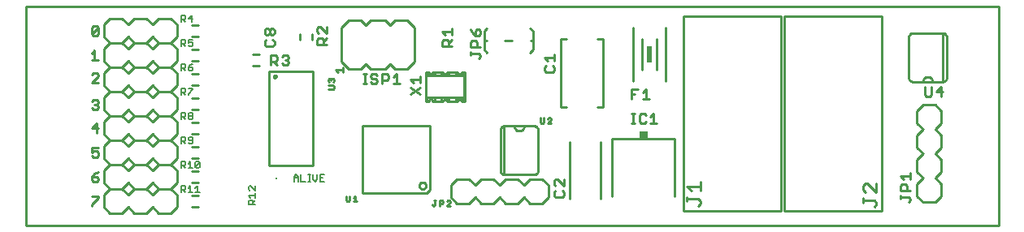
<source format=gto>
G75*
G70*
%OFA0B0*%
%FSLAX24Y24*%
%IPPOS*%
%LPD*%
%AMOC8*
5,1,8,0,0,1.08239X$1,22.5*
%
%ADD10C,0.0100*%
%ADD11R,0.0236X0.0709*%
%ADD12R,0.0236X0.0433*%
%ADD13R,0.0340X0.0300*%
%ADD14C,0.0110*%
%ADD15R,0.0079X0.0079*%
%ADD16C,0.0050*%
D10*
X000180Y000230D02*
X000180Y009230D01*
X040080Y009230D01*
X040080Y000230D01*
X000180Y000230D01*
X002880Y001030D02*
X002880Y001097D01*
X003147Y001364D01*
X003147Y001430D01*
X002880Y001430D01*
X003380Y001480D02*
X003630Y001730D01*
X004130Y001730D01*
X004380Y001480D01*
X004630Y001730D01*
X005130Y001730D01*
X005380Y001480D01*
X005630Y001730D01*
X006130Y001730D01*
X006380Y001480D01*
X006380Y000980D01*
X006130Y000730D01*
X005630Y000730D01*
X005380Y000980D01*
X005130Y000730D01*
X004630Y000730D01*
X004380Y000980D01*
X004130Y000730D01*
X003630Y000730D01*
X003380Y000980D01*
X003380Y001480D01*
X003630Y001730D02*
X003380Y001980D01*
X003380Y002480D01*
X003630Y002730D01*
X004130Y002730D01*
X004380Y002480D01*
X004630Y002730D01*
X005130Y002730D01*
X005380Y002480D01*
X005630Y002730D01*
X006130Y002730D01*
X006380Y002480D01*
X006380Y001980D01*
X006130Y001730D01*
X005630Y001730D02*
X005380Y001980D01*
X005130Y001730D01*
X004630Y001730D02*
X004380Y001980D01*
X004130Y001730D01*
X003147Y002097D02*
X003080Y002030D01*
X002947Y002030D01*
X002880Y002097D01*
X002880Y002230D01*
X003080Y002230D01*
X003147Y002163D01*
X003147Y002097D01*
X003013Y002364D02*
X002880Y002230D01*
X003013Y002364D02*
X003147Y002430D01*
X003630Y002730D02*
X003380Y002980D01*
X003380Y003480D01*
X003630Y003730D01*
X004130Y003730D01*
X004380Y003480D01*
X004630Y003730D01*
X005130Y003730D01*
X005380Y003480D01*
X005630Y003730D01*
X006130Y003730D01*
X006380Y003480D01*
X006380Y002980D01*
X006130Y002730D01*
X005630Y002730D02*
X005380Y002980D01*
X005130Y002730D01*
X004630Y002730D02*
X004380Y002980D01*
X004130Y002730D01*
X003147Y003097D02*
X003080Y003030D01*
X002947Y003030D01*
X002880Y003097D01*
X003147Y003097D02*
X003147Y003230D01*
X003080Y003297D01*
X003013Y003297D01*
X002880Y003230D01*
X002880Y003430D01*
X003147Y003430D01*
X003630Y003730D02*
X003380Y003980D01*
X003380Y004480D01*
X003630Y004730D01*
X004130Y004730D01*
X004380Y004480D01*
X004630Y004730D01*
X005130Y004730D01*
X005380Y004480D01*
X005630Y004730D01*
X006130Y004730D01*
X006380Y004480D01*
X006380Y003980D01*
X006130Y003730D01*
X005630Y003730D02*
X005380Y003980D01*
X005130Y003730D01*
X004630Y003730D02*
X004380Y003980D01*
X004130Y003730D01*
X003080Y004030D02*
X003080Y004430D01*
X002880Y004230D01*
X003147Y004230D01*
X003630Y004730D02*
X003380Y004980D01*
X003380Y005480D01*
X003630Y005730D01*
X004130Y005730D01*
X004380Y005480D01*
X004630Y005730D01*
X005130Y005730D01*
X005380Y005480D01*
X005630Y005730D01*
X006130Y005730D01*
X006380Y005480D01*
X006380Y004980D01*
X006130Y004730D01*
X005630Y004730D02*
X005380Y004980D01*
X005130Y004730D01*
X004630Y004730D02*
X004380Y004980D01*
X004130Y004730D01*
X003147Y005047D02*
X003080Y004980D01*
X002947Y004980D01*
X002880Y005047D01*
X003080Y005180D02*
X003147Y005113D01*
X003147Y005047D01*
X003080Y005180D02*
X003013Y005180D01*
X003080Y005180D02*
X003147Y005247D01*
X003147Y005314D01*
X003080Y005380D01*
X002947Y005380D01*
X002880Y005314D01*
X003380Y005980D02*
X003630Y005730D01*
X004130Y005730D02*
X004380Y005980D01*
X004630Y005730D01*
X005130Y005730D02*
X005380Y005980D01*
X005630Y005730D01*
X006130Y005730D02*
X006380Y005980D01*
X006380Y006480D01*
X006130Y006730D01*
X005630Y006730D01*
X005380Y006480D01*
X005130Y006730D01*
X004630Y006730D01*
X004380Y006480D01*
X004130Y006730D01*
X003630Y006730D01*
X003380Y006480D01*
X003380Y005980D01*
X003147Y006080D02*
X002880Y006080D01*
X003147Y006347D01*
X003147Y006414D01*
X003080Y006480D01*
X002947Y006480D01*
X002880Y006414D01*
X003380Y006980D02*
X003630Y006730D01*
X004130Y006730D02*
X004380Y006980D01*
X004630Y006730D01*
X005130Y006730D02*
X005380Y006980D01*
X005630Y006730D01*
X006130Y006730D02*
X006380Y006980D01*
X006380Y007480D01*
X006130Y007730D01*
X005630Y007730D01*
X005380Y007480D01*
X005130Y007730D01*
X004630Y007730D01*
X004380Y007480D01*
X004130Y007730D01*
X003630Y007730D01*
X003380Y007480D01*
X003380Y006980D01*
X003147Y007030D02*
X002880Y007030D01*
X003013Y007030D02*
X003013Y007430D01*
X002880Y007297D01*
X003380Y007980D02*
X003630Y007730D01*
X004130Y007730D02*
X004380Y007980D01*
X004630Y007730D01*
X005130Y007730D02*
X005380Y007980D01*
X005630Y007730D01*
X006130Y007730D02*
X006380Y007980D01*
X006380Y008480D01*
X006130Y008730D01*
X005630Y008730D01*
X005380Y008480D01*
X005130Y008730D01*
X004630Y008730D01*
X004380Y008480D01*
X004130Y008730D01*
X003630Y008730D01*
X003380Y008480D01*
X003380Y007980D01*
X003147Y008097D02*
X003080Y008030D01*
X002947Y008030D01*
X002880Y008097D01*
X003147Y008364D01*
X003147Y008097D01*
X002880Y008097D02*
X002880Y008364D01*
X002947Y008430D01*
X003080Y008430D01*
X003147Y008364D01*
X007012Y008466D02*
X007248Y008466D01*
X007248Y007994D02*
X007012Y007994D01*
X007012Y007466D02*
X007248Y007466D01*
X007248Y006994D02*
X007012Y006994D01*
X007012Y006466D02*
X007248Y006466D01*
X007248Y005994D02*
X007012Y005994D01*
X007012Y005466D02*
X007248Y005466D01*
X007248Y004994D02*
X007012Y004994D01*
X007012Y004466D02*
X007248Y004466D01*
X007248Y003994D02*
X007012Y003994D01*
X007012Y003466D02*
X007248Y003466D01*
X007248Y002994D02*
X007012Y002994D01*
X007012Y002466D02*
X007248Y002466D01*
X007248Y001994D02*
X007012Y001994D01*
X007012Y001466D02*
X007248Y001466D01*
X007248Y000994D02*
X007012Y000994D01*
X013330Y001243D02*
X013366Y001206D01*
X013440Y001206D01*
X013476Y001243D01*
X013476Y001426D01*
X013330Y001426D02*
X013330Y001243D01*
X013624Y001206D02*
X013771Y001206D01*
X013698Y001206D02*
X013698Y001426D01*
X013624Y001353D01*
X013998Y001558D02*
X016618Y001558D01*
X016758Y001698D01*
X016758Y004318D01*
X013998Y004318D01*
X013998Y001558D01*
X016317Y001858D02*
X016319Y001881D01*
X016325Y001904D01*
X016334Y001925D01*
X016347Y001945D01*
X016363Y001962D01*
X016381Y001976D01*
X016401Y001987D01*
X016423Y001995D01*
X016446Y001999D01*
X016470Y001999D01*
X016493Y001995D01*
X016515Y001987D01*
X016535Y001976D01*
X016553Y001962D01*
X016569Y001945D01*
X016582Y001925D01*
X016591Y001904D01*
X016597Y001881D01*
X016599Y001858D01*
X016597Y001835D01*
X016591Y001812D01*
X016582Y001791D01*
X016569Y001771D01*
X016553Y001754D01*
X016535Y001740D01*
X016515Y001729D01*
X016493Y001721D01*
X016470Y001717D01*
X016446Y001717D01*
X016423Y001721D01*
X016401Y001729D01*
X016381Y001740D01*
X016363Y001754D01*
X016347Y001771D01*
X016334Y001791D01*
X016325Y001812D01*
X016319Y001835D01*
X016317Y001858D01*
X017622Y001872D02*
X017622Y001372D01*
X017872Y001122D01*
X018372Y001122D01*
X018622Y001372D01*
X018872Y001122D01*
X019372Y001122D01*
X019622Y001372D01*
X019872Y001122D01*
X020372Y001122D01*
X020622Y001372D01*
X020872Y001122D01*
X021372Y001122D01*
X021622Y001372D01*
X021622Y001872D01*
X021372Y002122D01*
X020872Y002122D01*
X020622Y001872D01*
X020372Y002122D01*
X019872Y002122D01*
X019622Y001872D01*
X019372Y002122D01*
X018872Y002122D01*
X018622Y001872D01*
X018372Y002122D01*
X017872Y002122D01*
X017622Y001872D01*
X017558Y001254D02*
X017485Y001254D01*
X017448Y001217D01*
X017558Y001254D02*
X017595Y001217D01*
X017595Y001181D01*
X017448Y001034D01*
X017595Y001034D01*
X017300Y001144D02*
X017264Y001107D01*
X017154Y001107D01*
X017154Y001034D02*
X017154Y001254D01*
X017264Y001254D01*
X017300Y001217D01*
X017300Y001144D01*
X017006Y001254D02*
X016932Y001254D01*
X016969Y001254D02*
X016969Y001071D01*
X016932Y001034D01*
X016896Y001034D01*
X016859Y001071D01*
X019795Y002307D02*
X019795Y004307D01*
X019805Y004307D02*
X020225Y004307D01*
X020625Y004307D01*
X021045Y004307D01*
X021068Y004305D01*
X021091Y004300D01*
X021113Y004291D01*
X021133Y004278D01*
X021151Y004263D01*
X021166Y004245D01*
X021179Y004225D01*
X021188Y004203D01*
X021193Y004180D01*
X021195Y004157D01*
X021195Y002457D01*
X021193Y002434D01*
X021188Y002411D01*
X021179Y002389D01*
X021166Y002369D01*
X021151Y002351D01*
X021133Y002336D01*
X021113Y002323D01*
X021091Y002314D01*
X021068Y002309D01*
X021045Y002307D01*
X019805Y002307D01*
X019782Y002309D01*
X019759Y002314D01*
X019737Y002323D01*
X019717Y002336D01*
X019699Y002351D01*
X019684Y002369D01*
X019671Y002389D01*
X019662Y002411D01*
X019657Y002434D01*
X019655Y002457D01*
X019655Y004157D01*
X019657Y004180D01*
X019662Y004203D01*
X019671Y004225D01*
X019684Y004245D01*
X019699Y004263D01*
X019717Y004278D01*
X019737Y004291D01*
X019759Y004300D01*
X019782Y004305D01*
X019805Y004307D01*
X020225Y004307D02*
X020227Y004280D01*
X020232Y004253D01*
X020242Y004227D01*
X020254Y004203D01*
X020270Y004181D01*
X020288Y004161D01*
X020310Y004144D01*
X020333Y004129D01*
X020358Y004119D01*
X020384Y004111D01*
X020411Y004107D01*
X020439Y004107D01*
X020466Y004111D01*
X020492Y004119D01*
X020517Y004129D01*
X020540Y004144D01*
X020562Y004161D01*
X020580Y004181D01*
X020596Y004203D01*
X020608Y004227D01*
X020618Y004253D01*
X020623Y004280D01*
X020625Y004307D01*
X021295Y004454D02*
X021332Y004417D01*
X021405Y004417D01*
X021442Y004454D01*
X021442Y004637D01*
X021295Y004637D02*
X021295Y004454D01*
X021590Y004417D02*
X021736Y004564D01*
X021736Y004600D01*
X021700Y004637D01*
X021626Y004637D01*
X021590Y004600D01*
X021590Y004417D02*
X021736Y004417D01*
X022142Y005074D02*
X022370Y005074D01*
X022142Y005074D02*
X022142Y007898D01*
X022370Y007898D01*
X023642Y007898D02*
X023870Y007898D01*
X023870Y005074D01*
X023642Y005074D01*
X025041Y004822D02*
X025174Y004822D01*
X025108Y004822D02*
X025108Y004422D01*
X025174Y004422D02*
X025041Y004422D01*
X025348Y004489D02*
X025415Y004422D01*
X025548Y004422D01*
X025615Y004489D01*
X025808Y004422D02*
X026075Y004422D01*
X025942Y004422D02*
X025942Y004822D01*
X025808Y004689D01*
X025615Y004756D02*
X025548Y004822D01*
X025415Y004822D01*
X025348Y004756D01*
X025348Y004489D01*
X024232Y003769D02*
X026812Y003769D01*
X026812Y001409D01*
X027148Y000830D02*
X027148Y008830D01*
X031148Y008830D01*
X031148Y000830D01*
X027148Y000830D01*
X024232Y001409D02*
X024232Y003769D01*
X023773Y003645D02*
X023773Y001327D01*
X022485Y001327D02*
X022485Y003645D01*
X022247Y002106D02*
X022247Y001839D01*
X021980Y002106D01*
X021913Y002106D01*
X021847Y002040D01*
X021847Y001906D01*
X021913Y001839D01*
X021913Y001646D02*
X021847Y001579D01*
X021847Y001446D01*
X021913Y001379D01*
X022180Y001379D01*
X022247Y001446D01*
X022247Y001579D01*
X022180Y001646D01*
X031280Y000830D02*
X035280Y000830D01*
X035280Y008830D01*
X031280Y008830D01*
X031280Y000830D01*
X036060Y001333D02*
X036060Y001467D01*
X036060Y001400D02*
X036393Y001400D01*
X036460Y001333D01*
X036460Y001267D01*
X036393Y001200D01*
X036730Y001430D02*
X036980Y001180D01*
X037480Y001180D01*
X037730Y001430D01*
X037730Y001930D01*
X037480Y002180D01*
X037730Y002430D01*
X037730Y002930D01*
X037480Y003180D01*
X037730Y003430D01*
X037730Y003930D01*
X037480Y004180D01*
X037730Y004430D01*
X037730Y004930D01*
X037480Y005180D01*
X036980Y005180D01*
X036730Y004930D01*
X036730Y004430D01*
X036980Y004180D01*
X036730Y003930D01*
X036730Y003430D01*
X036980Y003180D01*
X036730Y002930D01*
X036730Y002430D01*
X036980Y002180D01*
X036730Y001930D01*
X036730Y001430D01*
X036460Y001660D02*
X036060Y001660D01*
X036060Y001861D01*
X036126Y001927D01*
X036260Y001927D01*
X036327Y001861D01*
X036327Y001660D01*
X036460Y002121D02*
X036460Y002388D01*
X036460Y002254D02*
X036060Y002254D01*
X036193Y002121D01*
X025766Y005420D02*
X025499Y005420D01*
X025632Y005420D02*
X025632Y005820D01*
X025499Y005687D01*
X025305Y005820D02*
X025039Y005820D01*
X025039Y005420D01*
X025039Y005620D02*
X025172Y005620D01*
X025090Y006142D02*
X025090Y008348D01*
X026438Y008348D02*
X026438Y006142D01*
X026079Y006615D02*
X026079Y007875D01*
X025449Y007875D02*
X025449Y006615D01*
X021856Y006601D02*
X021789Y006534D01*
X021522Y006534D01*
X021456Y006601D01*
X021456Y006734D01*
X021522Y006801D01*
X021789Y006801D02*
X021856Y006734D01*
X021856Y006601D01*
X021856Y006994D02*
X021856Y007261D01*
X021856Y007128D02*
X021456Y007128D01*
X021589Y006994D01*
X020980Y007440D02*
X020870Y007330D01*
X020980Y007440D02*
X020980Y007830D01*
X020980Y008220D01*
X020870Y008330D01*
X019090Y008330D02*
X018980Y008220D01*
X018980Y007830D01*
X018980Y007440D01*
X019090Y007330D01*
X018830Y007232D02*
X018763Y007299D01*
X018430Y007299D01*
X018430Y007232D02*
X018430Y007366D01*
X018430Y007559D02*
X018430Y007759D01*
X018496Y007826D01*
X018630Y007826D01*
X018697Y007759D01*
X018697Y007559D01*
X018830Y007559D02*
X018430Y007559D01*
X017675Y007594D02*
X017275Y007594D01*
X017275Y007794D01*
X017341Y007861D01*
X017475Y007861D01*
X017542Y007794D01*
X017542Y007594D01*
X017542Y007727D02*
X017675Y007861D01*
X017675Y008054D02*
X017675Y008321D01*
X017675Y008188D02*
X017275Y008188D01*
X017408Y008054D01*
X018430Y008286D02*
X018496Y008153D01*
X018630Y008020D01*
X018630Y008220D01*
X018697Y008286D01*
X018763Y008286D01*
X018830Y008220D01*
X018830Y008086D01*
X018763Y008020D01*
X018630Y008020D01*
X018980Y007830D02*
X019080Y007830D01*
X019830Y007830D02*
X020130Y007830D01*
X020880Y007830D02*
X020980Y007830D01*
X018830Y007232D02*
X018830Y007166D01*
X018763Y007099D01*
X018196Y006515D02*
X018058Y006515D01*
X018059Y006515D02*
X018057Y006499D01*
X018052Y006483D01*
X018044Y006469D01*
X018033Y006456D01*
X018020Y006447D01*
X018004Y006440D01*
X017988Y006436D01*
X017972Y006436D01*
X017956Y006440D01*
X017940Y006447D01*
X017927Y006456D01*
X017916Y006469D01*
X017908Y006483D01*
X017903Y006499D01*
X017901Y006515D01*
X017468Y006515D01*
X017466Y006499D01*
X017461Y006483D01*
X017453Y006469D01*
X017442Y006456D01*
X017429Y006447D01*
X017413Y006440D01*
X017397Y006436D01*
X017381Y006436D01*
X017365Y006440D01*
X017349Y006447D01*
X017336Y006456D01*
X017325Y006469D01*
X017317Y006483D01*
X017312Y006499D01*
X017310Y006515D01*
X016877Y006515D01*
X016875Y006499D01*
X016870Y006483D01*
X016862Y006469D01*
X016851Y006456D01*
X016838Y006447D01*
X016822Y006440D01*
X016806Y006436D01*
X016790Y006436D01*
X016774Y006440D01*
X016758Y006447D01*
X016745Y006456D01*
X016734Y006469D01*
X016726Y006483D01*
X016721Y006499D01*
X016719Y006515D01*
X016720Y006515D02*
X016582Y006515D01*
X016582Y005333D01*
X016641Y005333D01*
X016641Y005452D01*
X016661Y005471D02*
X017822Y005471D01*
X017822Y005333D01*
X017546Y005333D01*
X017546Y005452D01*
X017546Y005333D02*
X017468Y005333D01*
X017466Y005349D01*
X017461Y005365D01*
X017453Y005379D01*
X017442Y005392D01*
X017429Y005401D01*
X017413Y005408D01*
X017397Y005412D01*
X017381Y005412D01*
X017365Y005408D01*
X017349Y005401D01*
X017336Y005392D01*
X017325Y005379D01*
X017317Y005365D01*
X017312Y005349D01*
X017310Y005333D01*
X017232Y005333D01*
X017232Y005452D01*
X017232Y005333D02*
X016956Y005333D01*
X016956Y005452D01*
X016956Y005333D02*
X016877Y005333D01*
X016875Y005349D01*
X016870Y005365D01*
X016862Y005379D01*
X016851Y005392D01*
X016838Y005401D01*
X016822Y005408D01*
X016806Y005412D01*
X016790Y005412D01*
X016774Y005408D01*
X016758Y005401D01*
X016745Y005392D01*
X016734Y005379D01*
X016726Y005365D01*
X016721Y005349D01*
X016719Y005333D01*
X016720Y005333D02*
X016641Y005333D01*
X016661Y005471D02*
X016648Y005472D01*
X016635Y005477D01*
X016624Y005484D01*
X016615Y005493D01*
X016608Y005504D01*
X016603Y005517D01*
X016602Y005530D01*
X016602Y006337D01*
X016602Y006338D02*
X016608Y006350D01*
X016617Y006361D01*
X016627Y006370D01*
X016640Y006376D01*
X016653Y006380D01*
X016667Y006380D01*
X016681Y006377D01*
X016680Y006377D02*
X017546Y006377D01*
X017546Y006495D01*
X017822Y006495D02*
X017822Y006396D01*
X018098Y006377D02*
X017546Y006377D01*
X017232Y006396D02*
X017232Y006495D01*
X016956Y006495D02*
X016956Y006396D01*
X016641Y006396D02*
X016641Y006495D01*
X016369Y006355D02*
X016369Y006088D01*
X016102Y006088D02*
X015969Y006221D01*
X016369Y006221D01*
X015530Y006058D02*
X015263Y006058D01*
X015396Y006058D02*
X015396Y006458D01*
X015263Y006325D01*
X015069Y006392D02*
X015069Y006258D01*
X015002Y006191D01*
X014802Y006191D01*
X014802Y006058D02*
X014802Y006458D01*
X015002Y006458D01*
X015069Y006392D01*
X014609Y006392D02*
X014542Y006458D01*
X014409Y006458D01*
X014342Y006392D01*
X014342Y006325D01*
X014409Y006258D01*
X014542Y006258D01*
X014609Y006191D01*
X014609Y006125D01*
X014542Y006058D01*
X014409Y006058D01*
X014342Y006125D01*
X014168Y006058D02*
X014035Y006058D01*
X014102Y006058D02*
X014102Y006458D01*
X014168Y006458D02*
X014035Y006458D01*
X013938Y006659D02*
X013438Y006659D01*
X013138Y006959D01*
X013138Y008359D01*
X013438Y008659D01*
X013938Y008659D01*
X014138Y008459D01*
X014338Y008659D01*
X014938Y008659D01*
X015138Y008459D01*
X015338Y008659D01*
X015838Y008659D01*
X016138Y008359D01*
X016138Y006959D01*
X015838Y006659D01*
X015338Y006659D01*
X015138Y006859D01*
X014938Y006659D01*
X014338Y006659D01*
X014138Y006859D01*
X013938Y006659D01*
X013188Y006609D02*
X012888Y006609D01*
X012988Y006509D01*
X013188Y006509D02*
X013188Y006709D01*
X011968Y006542D02*
X011968Y002692D01*
X010176Y002692D01*
X010176Y006542D01*
X011968Y006542D01*
X012598Y006227D02*
X012634Y006264D01*
X012671Y006264D01*
X012708Y006227D01*
X012744Y006264D01*
X012781Y006264D01*
X012818Y006227D01*
X012818Y006154D01*
X012781Y006117D01*
X012708Y006190D02*
X012708Y006227D01*
X012598Y006227D02*
X012598Y006154D01*
X012634Y006117D01*
X012598Y005969D02*
X012781Y005969D01*
X012818Y005932D01*
X012818Y005859D01*
X012781Y005822D01*
X012598Y005822D01*
X010347Y006346D02*
X010349Y006360D01*
X010355Y006374D01*
X010363Y006386D01*
X010375Y006394D01*
X010389Y006400D01*
X010403Y006402D01*
X010417Y006400D01*
X010431Y006394D01*
X010443Y006386D01*
X010451Y006374D01*
X010457Y006360D01*
X010459Y006346D01*
X010457Y006332D01*
X010451Y006318D01*
X010443Y006306D01*
X010431Y006298D01*
X010417Y006292D01*
X010403Y006290D01*
X010389Y006292D01*
X010375Y006298D01*
X010363Y006306D01*
X010355Y006318D01*
X010349Y006332D01*
X010347Y006346D01*
X010244Y006814D02*
X010244Y007214D01*
X010444Y007214D01*
X010511Y007148D01*
X010511Y007014D01*
X010444Y006947D01*
X010244Y006947D01*
X010378Y006947D02*
X010511Y006814D01*
X010705Y006881D02*
X010771Y006814D01*
X010905Y006814D01*
X010972Y006881D01*
X010972Y006947D01*
X010905Y007014D01*
X010838Y007014D01*
X010905Y007014D02*
X010972Y007081D01*
X010972Y007148D01*
X010905Y007214D01*
X010771Y007214D01*
X010705Y007148D01*
X009748Y007266D02*
X009512Y007266D01*
X009980Y007646D02*
X010046Y007579D01*
X010313Y007579D01*
X010380Y007646D01*
X010380Y007779D01*
X010313Y007846D01*
X010046Y007846D02*
X009980Y007779D01*
X009980Y007646D01*
X010046Y008040D02*
X010113Y008040D01*
X010180Y008106D01*
X010180Y008240D01*
X010247Y008307D01*
X010313Y008307D01*
X010380Y008240D01*
X010380Y008106D01*
X010313Y008040D01*
X010247Y008040D01*
X010180Y008106D01*
X010180Y008240D02*
X010113Y008307D01*
X010046Y008307D01*
X009980Y008240D01*
X009980Y008106D01*
X010046Y008040D01*
X011444Y008098D02*
X011444Y007862D01*
X011916Y007862D02*
X011916Y008098D01*
X012116Y008172D02*
X012182Y008105D01*
X012116Y008172D02*
X012116Y008306D01*
X012182Y008372D01*
X012249Y008372D01*
X012516Y008105D01*
X012516Y008372D01*
X012516Y007912D02*
X012383Y007778D01*
X012383Y007845D02*
X012383Y007645D01*
X012516Y007645D02*
X012116Y007645D01*
X012116Y007845D01*
X012182Y007912D01*
X012316Y007912D01*
X012383Y007845D01*
X009748Y006794D02*
X009512Y006794D01*
X015969Y005894D02*
X016369Y005627D01*
X016369Y005894D02*
X015969Y005627D01*
X017822Y005471D02*
X018137Y005471D01*
X018137Y005452D02*
X018137Y005333D01*
X018058Y005333D01*
X018059Y005333D02*
X018057Y005349D01*
X018052Y005365D01*
X018044Y005379D01*
X018033Y005392D01*
X018020Y005401D01*
X018004Y005408D01*
X017988Y005412D01*
X017972Y005412D01*
X017956Y005408D01*
X017940Y005401D01*
X017927Y005392D01*
X017916Y005379D01*
X017908Y005365D01*
X017903Y005349D01*
X017901Y005333D01*
X017822Y005333D01*
X018137Y005333D02*
X018196Y005333D01*
X018196Y006515D01*
X018137Y006495D02*
X018137Y006396D01*
X018098Y006377D02*
X018113Y006375D01*
X018128Y006371D01*
X018142Y006364D01*
X018154Y006354D01*
X018164Y006342D01*
X018171Y006328D01*
X018175Y006313D01*
X018177Y006298D01*
X018176Y006298D02*
X018176Y005511D01*
X018175Y005501D01*
X018171Y005491D01*
X018165Y005483D01*
X018156Y005477D01*
X018147Y005473D01*
X018137Y005472D01*
X036410Y006280D02*
X036410Y007980D01*
X036412Y008003D01*
X036417Y008026D01*
X036426Y008048D01*
X036439Y008068D01*
X036454Y008086D01*
X036472Y008101D01*
X036492Y008114D01*
X036514Y008123D01*
X036537Y008128D01*
X036560Y008130D01*
X037800Y008130D01*
X037810Y008130D02*
X037810Y006130D01*
X037800Y006130D02*
X037380Y006130D01*
X036980Y006130D01*
X036560Y006130D01*
X036537Y006132D01*
X036514Y006137D01*
X036492Y006146D01*
X036472Y006159D01*
X036454Y006174D01*
X036439Y006192D01*
X036426Y006212D01*
X036417Y006234D01*
X036412Y006257D01*
X036410Y006280D01*
X036980Y006130D02*
X036982Y006157D01*
X036987Y006184D01*
X036997Y006210D01*
X037009Y006234D01*
X037025Y006256D01*
X037043Y006276D01*
X037065Y006293D01*
X037088Y006308D01*
X037113Y006318D01*
X037139Y006326D01*
X037166Y006330D01*
X037194Y006330D01*
X037221Y006326D01*
X037247Y006318D01*
X037272Y006308D01*
X037295Y006293D01*
X037317Y006276D01*
X037335Y006256D01*
X037351Y006234D01*
X037363Y006210D01*
X037373Y006184D01*
X037378Y006157D01*
X037380Y006130D01*
X037800Y006130D02*
X037823Y006132D01*
X037846Y006137D01*
X037868Y006146D01*
X037888Y006159D01*
X037906Y006174D01*
X037921Y006192D01*
X037934Y006212D01*
X037943Y006234D01*
X037948Y006257D01*
X037950Y006280D01*
X037950Y007980D01*
X037948Y008003D01*
X037943Y008026D01*
X037934Y008048D01*
X037921Y008068D01*
X037906Y008086D01*
X037888Y008101D01*
X037868Y008114D01*
X037846Y008123D01*
X037823Y008128D01*
X037800Y008130D01*
X037720Y005930D02*
X037520Y005730D01*
X037787Y005730D01*
X037326Y005597D02*
X037326Y005930D01*
X037059Y005930D02*
X037059Y005597D01*
X037126Y005530D01*
X037259Y005530D01*
X037326Y005597D01*
X037720Y005530D02*
X037720Y005930D01*
D11*
X025764Y007245D03*
D12*
X025764Y007265D03*
D13*
X025522Y003959D03*
D14*
X027857Y002010D02*
X027857Y001643D01*
X027490Y001643D02*
X027307Y001826D01*
X027857Y001826D01*
X027307Y001402D02*
X027307Y001218D01*
X027307Y001310D02*
X027765Y001310D01*
X027857Y001218D01*
X027857Y001127D01*
X027765Y001035D01*
X034525Y001168D02*
X034525Y001352D01*
X034525Y001260D02*
X034983Y001260D01*
X035075Y001168D01*
X035075Y001077D01*
X034983Y000985D01*
X035075Y001593D02*
X034708Y001960D01*
X034616Y001960D01*
X034525Y001868D01*
X034525Y001684D01*
X034616Y001593D01*
X035075Y001593D02*
X035075Y001960D01*
D15*
X010479Y002150D03*
D16*
X011180Y002170D02*
X011360Y002170D01*
X011360Y002215D02*
X011360Y002035D01*
X011475Y002035D02*
X011655Y002035D01*
X011769Y002035D02*
X011859Y002035D01*
X011814Y002035D02*
X011814Y002305D01*
X011769Y002305D02*
X011859Y002305D01*
X011966Y002305D02*
X011966Y002125D01*
X012056Y002035D01*
X012146Y002125D01*
X012146Y002305D01*
X012260Y002305D02*
X012260Y002035D01*
X012441Y002035D01*
X012350Y002170D02*
X012260Y002170D01*
X012260Y002305D02*
X012441Y002305D01*
X011475Y002305D02*
X011475Y002035D01*
X011180Y002035D02*
X011180Y002215D01*
X011270Y002305D01*
X011360Y002215D01*
X009585Y001841D02*
X009585Y001660D01*
X009405Y001841D01*
X009360Y001841D01*
X009315Y001795D01*
X009315Y001705D01*
X009360Y001660D01*
X009585Y001546D02*
X009585Y001366D01*
X009585Y001456D02*
X009315Y001456D01*
X009405Y001366D01*
X009450Y001251D02*
X009495Y001206D01*
X009495Y001071D01*
X009585Y001071D02*
X009315Y001071D01*
X009315Y001206D01*
X009360Y001251D01*
X009450Y001251D01*
X009495Y001161D02*
X009585Y001251D01*
X007324Y001580D02*
X007144Y001580D01*
X007234Y001580D02*
X007234Y001850D01*
X007144Y001760D01*
X006940Y001850D02*
X006850Y001760D01*
X006735Y001715D02*
X006690Y001670D01*
X006555Y001670D01*
X006555Y001580D02*
X006555Y001850D01*
X006690Y001850D01*
X006735Y001805D01*
X006735Y001715D01*
X006645Y001670D02*
X006735Y001580D01*
X006850Y001580D02*
X007030Y001580D01*
X006940Y001580D02*
X006940Y001850D01*
X006940Y002580D02*
X006940Y002850D01*
X006850Y002760D01*
X006735Y002715D02*
X006690Y002670D01*
X006555Y002670D01*
X006555Y002580D02*
X006555Y002850D01*
X006690Y002850D01*
X006735Y002805D01*
X006735Y002715D01*
X006645Y002670D02*
X006735Y002580D01*
X006850Y002580D02*
X007030Y002580D01*
X007144Y002625D02*
X007324Y002805D01*
X007324Y002625D01*
X007279Y002580D01*
X007189Y002580D01*
X007144Y002625D01*
X007144Y002805D01*
X007189Y002850D01*
X007279Y002850D01*
X007324Y002805D01*
X006985Y003580D02*
X007030Y003625D01*
X007030Y003805D01*
X006985Y003850D01*
X006895Y003850D01*
X006850Y003805D01*
X006850Y003760D01*
X006895Y003715D01*
X007030Y003715D01*
X006985Y003580D02*
X006895Y003580D01*
X006850Y003625D01*
X006735Y003580D02*
X006645Y003670D01*
X006690Y003670D02*
X006555Y003670D01*
X006555Y003580D02*
X006555Y003850D01*
X006690Y003850D01*
X006735Y003805D01*
X006735Y003715D01*
X006690Y003670D01*
X006735Y004580D02*
X006645Y004670D01*
X006690Y004670D02*
X006555Y004670D01*
X006555Y004580D02*
X006555Y004850D01*
X006690Y004850D01*
X006735Y004805D01*
X006735Y004715D01*
X006690Y004670D01*
X006850Y004670D02*
X006895Y004715D01*
X006985Y004715D01*
X007030Y004670D01*
X007030Y004625D01*
X006985Y004580D01*
X006895Y004580D01*
X006850Y004625D01*
X006850Y004670D01*
X006895Y004715D02*
X006850Y004760D01*
X006850Y004805D01*
X006895Y004850D01*
X006985Y004850D01*
X007030Y004805D01*
X007030Y004760D01*
X006985Y004715D01*
X006850Y005580D02*
X006850Y005625D01*
X007030Y005805D01*
X007030Y005850D01*
X006850Y005850D01*
X006735Y005805D02*
X006735Y005715D01*
X006690Y005670D01*
X006555Y005670D01*
X006555Y005580D02*
X006555Y005850D01*
X006690Y005850D01*
X006735Y005805D01*
X006645Y005670D02*
X006735Y005580D01*
X006735Y006580D02*
X006645Y006670D01*
X006690Y006670D02*
X006555Y006670D01*
X006555Y006580D02*
X006555Y006850D01*
X006690Y006850D01*
X006735Y006805D01*
X006735Y006715D01*
X006690Y006670D01*
X006850Y006625D02*
X006895Y006580D01*
X006985Y006580D01*
X007030Y006625D01*
X007030Y006670D01*
X006985Y006715D01*
X006850Y006715D01*
X006850Y006625D01*
X006850Y006715D02*
X006940Y006805D01*
X007030Y006850D01*
X006985Y007580D02*
X006895Y007580D01*
X006850Y007625D01*
X006850Y007715D02*
X006940Y007760D01*
X006985Y007760D01*
X007030Y007715D01*
X007030Y007625D01*
X006985Y007580D01*
X006850Y007715D02*
X006850Y007850D01*
X007030Y007850D01*
X006735Y007805D02*
X006735Y007715D01*
X006690Y007670D01*
X006555Y007670D01*
X006555Y007580D02*
X006555Y007850D01*
X006690Y007850D01*
X006735Y007805D01*
X006645Y007670D02*
X006735Y007580D01*
X006735Y008580D02*
X006645Y008670D01*
X006690Y008670D02*
X006555Y008670D01*
X006555Y008580D02*
X006555Y008850D01*
X006690Y008850D01*
X006735Y008805D01*
X006735Y008715D01*
X006690Y008670D01*
X006850Y008715D02*
X007030Y008715D01*
X006985Y008580D02*
X006985Y008850D01*
X006850Y008715D01*
M02*

</source>
